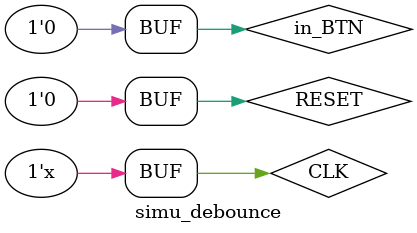
<source format=sv>
`timescale 1ns / 1ps


module simu_debounce();

    logic CLK;
    logic RESET;
    logic in_BTN;
    logic out_BTN;
    
    
    initial begin
        CLK = 1'b1;
        RESET = 1'b0;
        in_BTN = 1'b0;
        #2;
        RESET = 1'b1;
        #2;
        RESET = 1'b0;
        #4;
    end
    
    always #1 CLK = ~ CLK;
    
    always 
		begin
			#10 in_BTN = 1'b1;
			
			#2 in_BTN = 1'b0;		
			
			#2 in_BTN = 1'b1;	
			
			#4 in_BTN = 1'b0;				
			
			#2 in_BTN = 1'b1;

			#6 in_BTN = 1'b0;
			
			#2 in_BTN = 1'b1;		
			
			#8 in_BTN = 1'b0;

			#2 in_BTN = 1'b1;
			
			#10 in_BTN = 1'b0;		
			
			#2 in_BTN = 1'b1;

			#12 in_BTN = 1'b0;
			
			#2 in_BTN = 1'b1;		
			
			#14 in_BTN = 1'b0;
			
			#2 in_BTN = 1'b1;
			
			#16 in_BTN = 1'b0;		
			
			#2 in_BTN = 1'b1;
			
			#18 in_BTN = 1'b0;
			
			#14 in_BTN = 1'b1;

			#2 in_BTN = 1'b0;
			
			#16 in_BTN = 1'b1;
			
			#16 in_BTN = 1'b0;

		end
    
    debouncer #(.N(4)) debounce_instance (  // 2^(N-1) / clock_freq = debounce time
        .clk(CLK),             // 1 bit INPUT : clock
        .reset(RESET),           // 1 bit INPUT : reset
        .in_btn(in_BTN),          // 1 bit INPUT : in signal
        .out_btn(out_BTN)          // 1 bit OUTPUT : debounced signal
    );
    
endmodule

</source>
